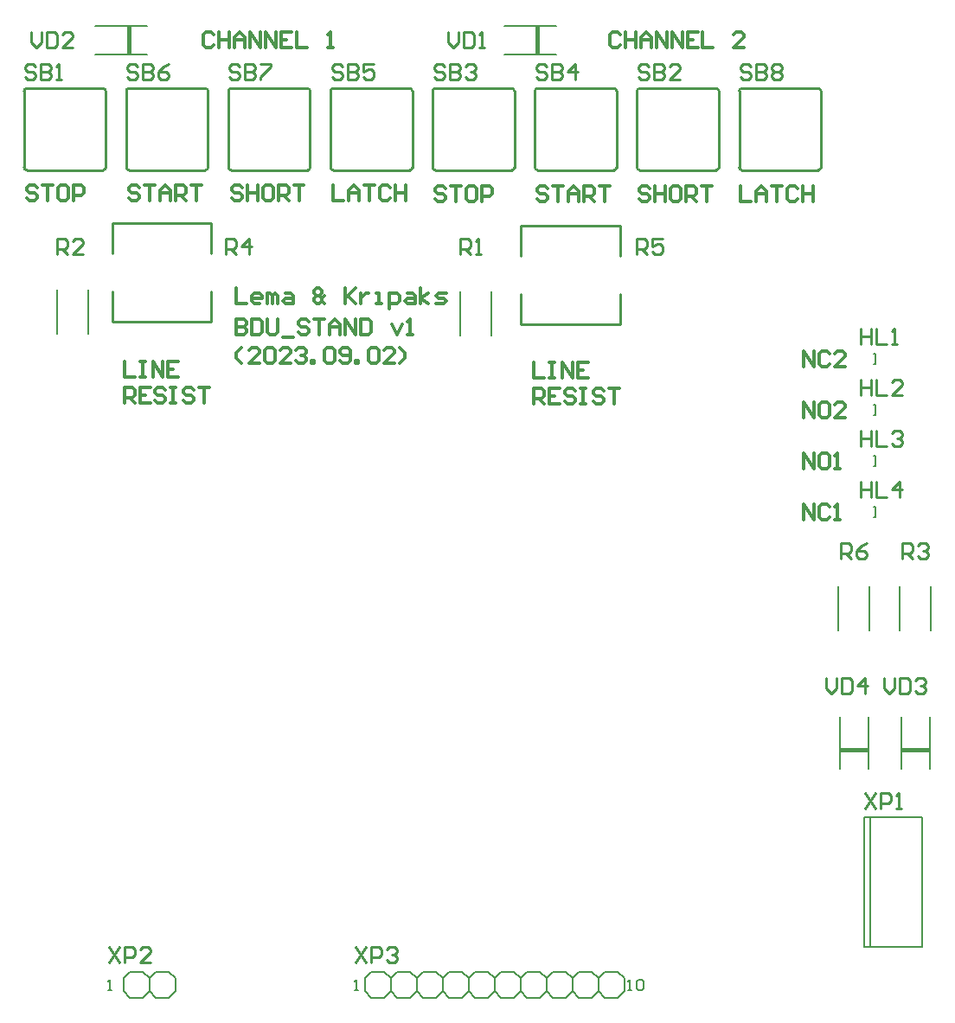
<source format=gto>
G04*
G04 #@! TF.GenerationSoftware,Altium Limited,Altium Designer,22.7.1 (60)*
G04*
G04 Layer_Color=65535*
%FSLAX44Y44*%
%MOMM*%
G71*
G04*
G04 #@! TF.SameCoordinates,DCD1F4FC-07E0-4B9C-93DB-C222A076345C*
G04*
G04*
G04 #@! TF.FilePolarity,Positive*
G04*
G01*
G75*
%ADD10C,0.2500*%
%ADD11C,0.2000*%
%ADD12C,0.3000*%
%ADD13C,0.2540*%
D10*
X305000Y927500D02*
G03*
X302500Y925000I0J-2500D01*
G01*
X382500D02*
G03*
X380000Y927500I-2500J0D01*
G01*
X302500Y850000D02*
G03*
X305000Y847500I2500J0D01*
G01*
X380000D02*
G03*
X382500Y850000I0J2500D01*
G01*
X105000Y927500D02*
G03*
X102500Y925000I0J-2500D01*
G01*
X182500D02*
G03*
X180000Y927500I-2500J0D01*
G01*
X102500Y850000D02*
G03*
X105000Y847500I2500J0D01*
G01*
X180000D02*
G03*
X182500Y850000I0J2500D01*
G01*
X205000Y927500D02*
G03*
X202500Y925000I0J-2500D01*
G01*
X282500D02*
G03*
X280000Y927500I-2500J0D01*
G01*
X202500Y850000D02*
G03*
X205000Y847500I2500J0D01*
G01*
X280000D02*
G03*
X282500Y850000I0J2500D01*
G01*
X605000Y927500D02*
G03*
X602500Y925000I0J-2500D01*
G01*
X682500D02*
G03*
X680000Y927500I-2500J0D01*
G01*
X602500Y850000D02*
G03*
X605000Y847500I2500J0D01*
G01*
X680000D02*
G03*
X682500Y850000I0J2500D01*
G01*
X505000Y927500D02*
G03*
X502500Y925000I0J-2500D01*
G01*
X582500D02*
G03*
X580000Y927500I-2500J0D01*
G01*
X502500Y850000D02*
G03*
X505000Y847500I2500J0D01*
G01*
X580000D02*
G03*
X582500Y850000I0J2500D01*
G01*
X705000Y927500D02*
G03*
X702500Y925000I0J-2500D01*
G01*
X782500D02*
G03*
X780000Y927500I-2500J0D01*
G01*
X702500Y850000D02*
G03*
X705000Y847500I2500J0D01*
G01*
X780000D02*
G03*
X782500Y850000I0J2500D01*
G01*
X805000Y927500D02*
G03*
X802500Y925000I0J-2500D01*
G01*
X882500D02*
G03*
X880000Y927500I-2500J0D01*
G01*
X802500Y850000D02*
G03*
X805000Y847500I2500J0D01*
G01*
X880000D02*
G03*
X882500Y850000I0J2500D01*
G01*
X405000Y927500D02*
G03*
X402500Y925000I0J-2500D01*
G01*
X482500D02*
G03*
X480000Y927500I-2500J0D01*
G01*
X402500Y850000D02*
G03*
X405000Y847500I2500J0D01*
G01*
X480000D02*
G03*
X482500Y850000I0J2500D01*
G01*
X286000Y699000D02*
Y729000D01*
Y766000D02*
Y796000D01*
X189000D02*
X286000D01*
X189000Y766000D02*
Y796000D01*
Y699000D02*
Y729000D01*
Y699000D02*
X286000D01*
X686000Y696500D02*
Y726500D01*
Y763500D02*
Y793500D01*
X589000D02*
X686000D01*
X589000Y763500D02*
Y793500D01*
Y696500D02*
Y726500D01*
Y696500D02*
X686000D01*
X305000Y927500D02*
X380000D01*
X305000Y847500D02*
X380000D01*
X382500Y850000D02*
Y925000D01*
X302500Y850000D02*
Y925000D01*
X105000Y927500D02*
X180000D01*
X105000Y847500D02*
X180000D01*
X182500Y850000D02*
Y925000D01*
X102500Y850000D02*
Y925000D01*
X205000Y927500D02*
X280000D01*
X205000Y847500D02*
X280000D01*
X282500Y850000D02*
Y925000D01*
X202500Y850000D02*
Y925000D01*
X605000Y927500D02*
X680000D01*
X605000Y847500D02*
X680000D01*
X682500Y850000D02*
Y925000D01*
X602500Y850000D02*
Y925000D01*
X505000Y927500D02*
X580000D01*
X505000Y847500D02*
X580000D01*
X582500Y850000D02*
Y925000D01*
X502500Y850000D02*
Y925000D01*
X705000Y927500D02*
X780000D01*
X705000Y847500D02*
X780000D01*
X782500Y850000D02*
Y925000D01*
X702500Y850000D02*
Y925000D01*
X805000Y927500D02*
X880000D01*
X805000Y847500D02*
X880000D01*
X882500Y850000D02*
Y925000D01*
X802500Y850000D02*
Y925000D01*
X405000Y927500D02*
X480000D01*
X405000Y847500D02*
X480000D01*
X482500Y850000D02*
Y925000D01*
X402500Y850000D02*
Y925000D01*
D11*
X560240Y685160D02*
Y728340D01*
X529760Y685160D02*
Y728340D01*
X165240Y687660D02*
Y730840D01*
X134760Y687660D02*
Y730840D01*
X690020Y43650D02*
Y56350D01*
X664620Y50000D02*
Y56350D01*
X658270Y62700D02*
X664620Y56350D01*
X645570Y62700D02*
X658270D01*
X639220Y56350D02*
X645570Y62700D01*
X639220Y43650D02*
Y56350D01*
Y43650D02*
X645570Y37300D01*
X658270D01*
X664620Y43650D01*
Y50000D01*
Y56350D01*
X670970Y62700D01*
X683670D01*
X690020Y56350D01*
Y43650D02*
Y56350D01*
X683670Y37300D02*
X690020Y43650D01*
X670970Y37300D02*
X683670D01*
X664620Y43650D02*
X670970Y37300D01*
X613820Y43650D02*
X620170Y37300D01*
X632870D01*
X639220Y43650D01*
Y56350D01*
X632870Y62700D02*
X639220Y56350D01*
X620170Y62700D02*
X632870D01*
X613820Y56350D02*
X620170Y62700D01*
X613820Y50000D02*
Y56350D01*
Y43650D02*
Y50000D01*
X607470Y37300D02*
X613820Y43650D01*
X594770Y37300D02*
X607470D01*
X588420Y43650D02*
X594770Y37300D01*
X588420Y43650D02*
Y56350D01*
X594770Y62700D01*
X607470D01*
X613820Y56350D01*
Y50000D02*
Y56350D01*
X461420Y50000D02*
Y56350D01*
X455070Y62700D02*
X461420Y56350D01*
X442370Y62700D02*
X455070D01*
X436020Y56350D02*
X442370Y62700D01*
X436020Y43650D02*
Y56350D01*
Y43650D02*
X442370Y37300D01*
X455070D01*
X461420Y43650D01*
Y50000D01*
Y56350D01*
X467770Y62700D01*
X480470D01*
X486820Y56350D01*
Y43650D02*
Y56350D01*
X480470Y37300D02*
X486820Y43650D01*
X467770Y37300D02*
X480470D01*
X461420Y43650D02*
X467770Y37300D01*
X512220Y43650D02*
X518570Y37300D01*
X531270D01*
X537620Y43650D01*
Y56350D01*
X531270Y62700D02*
X537620Y56350D01*
X518570Y62700D02*
X531270D01*
X512220Y56350D02*
X518570Y62700D01*
X512220Y50000D02*
Y56350D01*
Y43650D02*
Y50000D01*
X505870Y37300D02*
X512220Y43650D01*
X493170Y37300D02*
X505870D01*
X486820Y43650D02*
X493170Y37300D01*
X486820Y43650D02*
Y56350D01*
X493170Y62700D01*
X505870D01*
X512220Y56350D01*
Y50000D02*
Y56350D01*
X563020Y43650D02*
X569370Y37300D01*
X582070D01*
X588420Y43650D01*
Y56350D01*
X582070Y62700D02*
X588420Y56350D01*
X569370Y62700D02*
X582070D01*
X563020Y56350D02*
X569370Y62700D01*
X563020Y50000D02*
Y56350D01*
Y43650D02*
Y50000D01*
X556670Y37300D02*
X563020Y43650D01*
X543970Y37300D02*
X556670D01*
X537620Y43650D02*
X543970Y37300D01*
X537620Y43650D02*
Y56350D01*
X543970Y62700D01*
X556670D01*
X563020Y56350D01*
Y50000D02*
Y56350D01*
X901030Y261700D02*
Y312500D01*
X928970Y261700D02*
Y312500D01*
X901030Y278210D02*
X928970D01*
Y279480D01*
X901030D02*
X928970D01*
X901030Y280750D02*
X928970D01*
X961030Y261700D02*
Y312500D01*
X988970Y261700D02*
Y312500D01*
X961030Y278210D02*
X988970D01*
Y279480D01*
X961030D02*
X988970D01*
X961030Y280750D02*
X988970D01*
X572500Y961030D02*
X623300D01*
X572500Y988970D02*
X623300D01*
X606790Y961030D02*
Y988970D01*
X605520D02*
X606790D01*
X605520Y961030D02*
Y988970D01*
X604250Y961030D02*
Y988970D01*
X172500Y961030D02*
X223300D01*
X172500Y988970D02*
X223300D01*
X206790Y961030D02*
Y988970D01*
X205520D02*
X206790D01*
X205520Y961030D02*
Y988970D01*
X204250Y961030D02*
Y988970D01*
X930240Y396660D02*
Y439840D01*
X899760Y396660D02*
Y439840D01*
X990240Y396660D02*
Y439840D01*
X959760Y396660D02*
Y439840D01*
X225200Y50000D02*
Y56350D01*
X218850Y62700D02*
X225200Y56350D01*
X206150Y62700D02*
X218850D01*
X199800Y56350D02*
X206150Y62700D01*
X199800Y43650D02*
Y56350D01*
Y43650D02*
X206150Y37300D01*
X218850D01*
X225200Y43650D01*
Y50000D01*
Y56350D01*
X231550Y62700D01*
X244250D01*
X250600Y56350D01*
Y43650D02*
Y56350D01*
X244250Y37300D02*
X250600Y43650D01*
X231550Y37300D02*
X244250D01*
X225200Y43650D02*
X231550Y37300D01*
X950000Y213900D02*
X981750D01*
X924600D02*
X950000D01*
X924600Y86900D02*
X950000D01*
X924600D02*
Y213900D01*
X981750Y86900D02*
Y213900D01*
X950000Y86900D02*
X981750D01*
X930950D02*
Y213900D01*
X933890Y517580D02*
X935922D01*
X933890Y507420D02*
X935922D01*
Y517580D01*
X933890Y567580D02*
X935922D01*
X933890Y557420D02*
X935922D01*
Y567580D01*
X933890Y617580D02*
X935922D01*
X933890Y607420D02*
X935922D01*
Y617580D01*
X933890Y667580D02*
X935922D01*
X933890Y657420D02*
X935922D01*
Y667580D01*
X693720Y45000D02*
X697052D01*
X695386D01*
Y54997D01*
X693720Y53331D01*
X702051D02*
X703717Y54997D01*
X707049D01*
X708715Y53331D01*
Y46666D01*
X707049Y45000D01*
X703717D01*
X702051Y46666D01*
Y53331D01*
X426220Y45000D02*
X429552D01*
X427886D01*
Y54997D01*
X426220Y53331D01*
X185000Y45000D02*
X188332D01*
X186666D01*
Y54997D01*
X185000Y53331D01*
D12*
X200500Y660359D02*
Y645124D01*
X210657D01*
X215735Y660359D02*
X220813D01*
X218274D01*
Y645124D01*
X215735D01*
X220813D01*
X228431D02*
Y660359D01*
X238588Y645124D01*
Y660359D01*
X253823D02*
X243666D01*
Y645124D01*
X253823D01*
X243666Y652741D02*
X248744D01*
X200500Y619641D02*
Y634877D01*
X208118D01*
X210657Y632337D01*
Y627259D01*
X208118Y624720D01*
X200500D01*
X205578D02*
X210657Y619641D01*
X225892Y634877D02*
X215735D01*
Y619641D01*
X225892D01*
X215735Y627259D02*
X220813D01*
X241127Y632337D02*
X238588Y634877D01*
X233509D01*
X230970Y632337D01*
Y629798D01*
X233509Y627259D01*
X238588D01*
X241127Y624720D01*
Y622181D01*
X238588Y619641D01*
X233509D01*
X230970Y622181D01*
X246205Y634877D02*
X251284D01*
X248744D01*
Y619641D01*
X246205D01*
X251284D01*
X269058Y632337D02*
X266519Y634877D01*
X261440D01*
X258901Y632337D01*
Y629798D01*
X261440Y627259D01*
X266519D01*
X269058Y624720D01*
Y622181D01*
X266519Y619641D01*
X261440D01*
X258901Y622181D01*
X274136Y634877D02*
X284293D01*
X279214D01*
Y619641D01*
X115657Y830078D02*
X113118Y832617D01*
X108039D01*
X105500Y830078D01*
Y827539D01*
X108039Y825000D01*
X113118D01*
X115657Y822461D01*
Y819922D01*
X113118Y817383D01*
X108039D01*
X105500Y819922D01*
X120735Y832617D02*
X130892D01*
X125813D01*
Y817383D01*
X143588Y832617D02*
X138509D01*
X135970Y830078D01*
Y819922D01*
X138509Y817383D01*
X143588D01*
X146127Y819922D01*
Y830078D01*
X143588Y832617D01*
X151205Y817383D02*
Y832617D01*
X158823D01*
X161362Y830078D01*
Y825000D01*
X158823Y822461D01*
X151205D01*
X310500Y731908D02*
Y716673D01*
X320657D01*
X333353D02*
X328274D01*
X325735Y719212D01*
Y724291D01*
X328274Y726830D01*
X333353D01*
X335892Y724291D01*
Y721752D01*
X325735D01*
X340970Y716673D02*
Y726830D01*
X343509D01*
X346049Y724291D01*
Y716673D01*
Y724291D01*
X348588Y726830D01*
X351127Y724291D01*
Y716673D01*
X358744Y726830D02*
X363823D01*
X366362Y724291D01*
Y716673D01*
X358744D01*
X356205Y719212D01*
X358744Y721752D01*
X366362D01*
X396832Y716673D02*
X394293Y719212D01*
X391754Y716673D01*
X389215D01*
X386675Y719212D01*
Y721752D01*
X389215Y724291D01*
X386675Y726830D01*
Y729369D01*
X389215Y731908D01*
X391754D01*
X394293Y729369D01*
Y726830D01*
X391754Y724291D01*
X394293Y721752D01*
Y719212D01*
X396832Y724291D02*
X394293Y721752D01*
X389215Y724291D02*
X391754D01*
X417146Y731908D02*
Y716673D01*
Y721752D01*
X427302Y731908D01*
X419685Y724291D01*
X427302Y716673D01*
X432381Y726830D02*
Y716673D01*
Y721752D01*
X434920Y724291D01*
X437459Y726830D01*
X439998D01*
X447616Y716673D02*
X452694D01*
X450155D01*
Y726830D01*
X447616D01*
X460312Y711595D02*
Y726830D01*
X467929D01*
X470468Y724291D01*
Y719212D01*
X467929Y716673D01*
X460312D01*
X478086Y726830D02*
X483164D01*
X485703Y724291D01*
Y716673D01*
X478086D01*
X475547Y719212D01*
X478086Y721752D01*
X485703D01*
X490782Y716673D02*
Y731908D01*
Y721752D02*
X498399Y726830D01*
X490782Y721752D02*
X498399Y716673D01*
X506017D02*
X513634D01*
X516174Y719212D01*
X513634Y721752D01*
X508556D01*
X506017Y724291D01*
X508556Y726830D01*
X516174D01*
X310500Y701348D02*
Y686113D01*
X318118D01*
X320657Y688652D01*
Y691191D01*
X318118Y693730D01*
X310500D01*
X318118D01*
X320657Y696270D01*
Y698809D01*
X318118Y701348D01*
X310500D01*
X325735D02*
Y686113D01*
X333353D01*
X335892Y688652D01*
Y698809D01*
X333353Y701348D01*
X325735D01*
X340970D02*
Y688652D01*
X343509Y686113D01*
X348588D01*
X351127Y688652D01*
Y701348D01*
X356205Y683574D02*
X366362D01*
X381597Y698809D02*
X379058Y701348D01*
X373979D01*
X371440Y698809D01*
Y696270D01*
X373979Y693730D01*
X379058D01*
X381597Y691191D01*
Y688652D01*
X379058Y686113D01*
X373979D01*
X371440Y688652D01*
X386675Y701348D02*
X396832D01*
X391754D01*
Y686113D01*
X401910D02*
Y696270D01*
X406989Y701348D01*
X412067Y696270D01*
Y686113D01*
Y693730D01*
X401910D01*
X417146Y686113D02*
Y701348D01*
X427302Y686113D01*
Y701348D01*
X432381D02*
Y686113D01*
X439998D01*
X442537Y688652D01*
Y698809D01*
X439998Y701348D01*
X432381D01*
X462851Y696270D02*
X467929Y686113D01*
X473007Y696270D01*
X478086Y686113D02*
X483164D01*
X480625D01*
Y701348D01*
X478086Y698809D01*
X315578Y658092D02*
X310500Y663170D01*
Y668248D01*
X315578Y673327D01*
X333353Y658092D02*
X323196D01*
X333353Y668248D01*
Y670788D01*
X330813Y673327D01*
X325735D01*
X323196Y670788D01*
X338431D02*
X340970Y673327D01*
X346049D01*
X348588Y670788D01*
Y660631D01*
X346049Y658092D01*
X340970D01*
X338431Y660631D01*
Y670788D01*
X363823Y658092D02*
X353666D01*
X363823Y668248D01*
Y670788D01*
X361284Y673327D01*
X356205D01*
X353666Y670788D01*
X368901D02*
X371440Y673327D01*
X376519D01*
X379058Y670788D01*
Y668248D01*
X376519Y665709D01*
X373979D01*
X376519D01*
X379058Y663170D01*
Y660631D01*
X376519Y658092D01*
X371440D01*
X368901Y660631D01*
X384136Y658092D02*
Y660631D01*
X386675D01*
Y658092D01*
X384136D01*
X396832Y670788D02*
X399371Y673327D01*
X404450D01*
X406989Y670788D01*
Y660631D01*
X404450Y658092D01*
X399371D01*
X396832Y660631D01*
Y670788D01*
X412067Y660631D02*
X414606Y658092D01*
X419685D01*
X422224Y660631D01*
Y670788D01*
X419685Y673327D01*
X414606D01*
X412067Y670788D01*
Y668248D01*
X414606Y665709D01*
X422224D01*
X427302Y658092D02*
Y660631D01*
X429841D01*
Y658092D01*
X427302D01*
X439998Y670788D02*
X442537Y673327D01*
X447616D01*
X450155Y670788D01*
Y660631D01*
X447616Y658092D01*
X442537D01*
X439998Y660631D01*
Y670788D01*
X465390Y658092D02*
X455233D01*
X465390Y668248D01*
Y670788D01*
X462851Y673327D01*
X457772D01*
X455233Y670788D01*
X470468Y658092D02*
X475547Y663170D01*
Y668248D01*
X470468Y673327D01*
X315657Y830078D02*
X313118Y832617D01*
X308039D01*
X305500Y830078D01*
Y827539D01*
X308039Y825000D01*
X313118D01*
X315657Y822461D01*
Y819922D01*
X313118Y817383D01*
X308039D01*
X305500Y819922D01*
X320735Y832617D02*
Y817383D01*
Y825000D01*
X330892D01*
Y832617D01*
Y817383D01*
X343588Y832617D02*
X338509D01*
X335970Y830078D01*
Y819922D01*
X338509Y817383D01*
X343588D01*
X346127Y819922D01*
Y830078D01*
X343588Y832617D01*
X351205Y817383D02*
Y832617D01*
X358823D01*
X361362Y830078D01*
Y825000D01*
X358823Y822461D01*
X351205D01*
X356284D02*
X361362Y817383D01*
X366440Y832617D02*
X376597D01*
X371519D01*
Y817383D01*
X803878Y831908D02*
Y816673D01*
X814035D01*
X819113D02*
Y826830D01*
X824191Y831908D01*
X829270Y826830D01*
Y816673D01*
Y824290D01*
X819113D01*
X834348Y831908D02*
X844505D01*
X839426D01*
Y816673D01*
X859740Y829369D02*
X857200Y831908D01*
X852122D01*
X849583Y829369D01*
Y819212D01*
X852122Y816673D01*
X857200D01*
X859740Y819212D01*
X864818Y831908D02*
Y816673D01*
Y824290D01*
X874975D01*
Y831908D01*
Y816673D01*
X865500Y504883D02*
Y520117D01*
X875657Y504883D01*
Y520117D01*
X890892Y517578D02*
X888353Y520117D01*
X883274D01*
X880735Y517578D01*
Y507422D01*
X883274Y504883D01*
X888353D01*
X890892Y507422D01*
X895970Y504883D02*
X901049D01*
X898509D01*
Y520117D01*
X895970Y517578D01*
X215657Y830078D02*
X213118Y832617D01*
X208039D01*
X205500Y830078D01*
Y827539D01*
X208039Y825000D01*
X213118D01*
X215657Y822461D01*
Y819922D01*
X213118Y817383D01*
X208039D01*
X205500Y819922D01*
X220735Y832617D02*
X230892D01*
X225813D01*
Y817383D01*
X235970D02*
Y827539D01*
X241049Y832617D01*
X246127Y827539D01*
Y817383D01*
Y825000D01*
X235970D01*
X251205Y817383D02*
Y832617D01*
X258823D01*
X261362Y830078D01*
Y825000D01*
X258823Y822461D01*
X251205D01*
X256284D02*
X261362Y817383D01*
X266440Y832617D02*
X276597D01*
X271519D01*
Y817383D01*
X685657Y980078D02*
X683118Y982618D01*
X678039D01*
X675500Y980078D01*
Y969922D01*
X678039Y967383D01*
X683118D01*
X685657Y969922D01*
X690735Y982618D02*
Y967383D01*
Y975000D01*
X700892D01*
Y982618D01*
Y967383D01*
X705970D02*
Y977539D01*
X711049Y982618D01*
X716127Y977539D01*
Y967383D01*
Y975000D01*
X705970D01*
X721205Y967383D02*
Y982618D01*
X731362Y967383D01*
Y982618D01*
X736440Y967383D02*
Y982618D01*
X746597Y967383D01*
Y982618D01*
X761832D02*
X751675D01*
Y967383D01*
X761832D01*
X751675Y975000D02*
X756754D01*
X766910Y982618D02*
Y967383D01*
X777067D01*
X807537D02*
X797381D01*
X807537Y977539D01*
Y980078D01*
X804998Y982618D01*
X799920D01*
X797381Y980078D01*
X614771Y829274D02*
X612232Y831813D01*
X607154D01*
X604614Y829274D01*
Y826735D01*
X607154Y824196D01*
X612232D01*
X614771Y821656D01*
Y819117D01*
X612232Y816578D01*
X607154D01*
X604614Y819117D01*
X619849Y831813D02*
X630006D01*
X624928D01*
Y816578D01*
X635084D02*
Y826735D01*
X640163Y831813D01*
X645241Y826735D01*
Y816578D01*
Y824196D01*
X635084D01*
X650320Y816578D02*
Y831813D01*
X657937D01*
X660476Y829274D01*
Y824196D01*
X657937Y821656D01*
X650320D01*
X655398D02*
X660476Y816578D01*
X665555Y831813D02*
X675711D01*
X670633D01*
Y816578D01*
X865500Y554883D02*
Y570117D01*
X875657Y554883D01*
Y570117D01*
X888353D02*
X883274D01*
X880735Y567578D01*
Y557422D01*
X883274Y554883D01*
X888353D01*
X890892Y557422D01*
Y567578D01*
X888353Y570117D01*
X895970Y554883D02*
X901049D01*
X898509D01*
Y570117D01*
X895970Y567578D01*
X514771Y829274D02*
X512232Y831813D01*
X507154D01*
X504614Y829274D01*
Y826735D01*
X507154Y824196D01*
X512232D01*
X514771Y821656D01*
Y819117D01*
X512232Y816578D01*
X507154D01*
X504614Y819117D01*
X519849Y831813D02*
X530006D01*
X524928D01*
Y816578D01*
X542702Y831813D02*
X537624D01*
X535084Y829274D01*
Y819117D01*
X537624Y816578D01*
X542702D01*
X545241Y819117D01*
Y829274D01*
X542702Y831813D01*
X550320Y816578D02*
Y831813D01*
X557937D01*
X560476Y829274D01*
Y824196D01*
X557937Y821656D01*
X550320D01*
X865500Y604883D02*
Y620117D01*
X875657Y604883D01*
Y620117D01*
X880735Y617578D02*
X883274Y620117D01*
X888353D01*
X890892Y617578D01*
Y607422D01*
X888353Y604883D01*
X883274D01*
X880735Y607422D01*
Y617578D01*
X906127Y604883D02*
X895970D01*
X906127Y615039D01*
Y617578D01*
X903588Y620117D01*
X898509D01*
X895970Y617578D01*
X601590Y659299D02*
Y644064D01*
X611747D01*
X616825Y659299D02*
X621903D01*
X619364D01*
Y644064D01*
X616825D01*
X621903D01*
X629521D02*
Y659299D01*
X639678Y644064D01*
Y659299D01*
X654913D02*
X644756D01*
Y644064D01*
X654913D01*
X644756Y651682D02*
X649834D01*
X601590Y618582D02*
Y633817D01*
X609208D01*
X611747Y631278D01*
Y626200D01*
X609208Y623660D01*
X601590D01*
X606668D02*
X611747Y618582D01*
X626982Y633817D02*
X616825D01*
Y618582D01*
X626982D01*
X616825Y626200D02*
X621903D01*
X642217Y631278D02*
X639678Y633817D01*
X634599D01*
X632060Y631278D01*
Y628739D01*
X634599Y626200D01*
X639678D01*
X642217Y623660D01*
Y621121D01*
X639678Y618582D01*
X634599D01*
X632060Y621121D01*
X647295Y633817D02*
X652374D01*
X649834D01*
Y618582D01*
X647295D01*
X652374D01*
X670148Y631278D02*
X667609Y633817D01*
X662530D01*
X659991Y631278D01*
Y628739D01*
X662530Y626200D01*
X667609D01*
X670148Y623660D01*
Y621121D01*
X667609Y618582D01*
X662530D01*
X659991Y621121D01*
X675226Y633817D02*
X685383D01*
X680305D01*
Y618582D01*
X404763Y832712D02*
Y817477D01*
X414920D01*
X419999D02*
Y827634D01*
X425077Y832712D01*
X430155Y827634D01*
Y817477D01*
Y825095D01*
X419999D01*
X435234Y832712D02*
X445390D01*
X440312D01*
Y817477D01*
X460625Y830173D02*
X458086Y832712D01*
X453008D01*
X450469Y830173D01*
Y820016D01*
X453008Y817477D01*
X458086D01*
X460625Y820016D01*
X465704Y832712D02*
Y817477D01*
Y825095D01*
X475860D01*
Y832712D01*
Y817477D01*
X865500Y654883D02*
Y670117D01*
X875657Y654883D01*
Y670117D01*
X890892Y667578D02*
X888353Y670117D01*
X883274D01*
X880735Y667578D01*
Y657422D01*
X883274Y654883D01*
X888353D01*
X890892Y657422D01*
X906127Y654883D02*
X895970D01*
X906127Y665039D01*
Y667578D01*
X903588Y670117D01*
X898509D01*
X895970Y667578D01*
X714771Y829274D02*
X712232Y831813D01*
X707153D01*
X704614Y829274D01*
Y826735D01*
X707153Y824196D01*
X712232D01*
X714771Y821656D01*
Y819117D01*
X712232Y816578D01*
X707153D01*
X704614Y819117D01*
X719849Y831813D02*
Y816578D01*
Y824196D01*
X730006D01*
Y831813D01*
Y816578D01*
X742702Y831813D02*
X737624D01*
X735085Y829274D01*
Y819117D01*
X737624Y816578D01*
X742702D01*
X745241Y819117D01*
Y829274D01*
X742702Y831813D01*
X750320Y816578D02*
Y831813D01*
X757937D01*
X760476Y829274D01*
Y824196D01*
X757937Y821656D01*
X750320D01*
X755398D02*
X760476Y816578D01*
X765555Y831813D02*
X775711D01*
X770633D01*
Y816578D01*
X288157Y980078D02*
X285618Y982618D01*
X280539D01*
X278000Y980078D01*
Y969922D01*
X280539Y967383D01*
X285618D01*
X288157Y969922D01*
X293235Y982618D02*
Y967383D01*
Y975000D01*
X303392D01*
Y982618D01*
Y967383D01*
X308470D02*
Y977539D01*
X313549Y982618D01*
X318627Y977539D01*
Y967383D01*
Y975000D01*
X308470D01*
X323705Y967383D02*
Y982618D01*
X333862Y967383D01*
Y982618D01*
X338940Y967383D02*
Y982618D01*
X349097Y967383D01*
Y982618D01*
X364332D02*
X354175D01*
Y967383D01*
X364332D01*
X354175Y975000D02*
X359254D01*
X369410Y982618D02*
Y967383D01*
X379567D01*
X399881D02*
X404959D01*
X402420D01*
Y982618D01*
X399881Y980078D01*
D13*
X299804Y764883D02*
Y780117D01*
X307422D01*
X309961Y777578D01*
Y772500D01*
X307422Y769961D01*
X299804D01*
X304883D02*
X309961Y764883D01*
X322657D02*
Y780117D01*
X315039Y772500D01*
X325196D01*
X702304Y764883D02*
Y780117D01*
X709922D01*
X712461Y777578D01*
Y772500D01*
X709922Y769961D01*
X702304D01*
X707383D02*
X712461Y764883D01*
X727696Y780117D02*
X717539D01*
Y772500D01*
X722617Y775039D01*
X725157D01*
X727696Y772500D01*
Y767422D01*
X725157Y764883D01*
X720078D01*
X717539Y767422D01*
X426694Y86583D02*
X436851Y71348D01*
Y86583D02*
X426694Y71348D01*
X441929D02*
Y86583D01*
X449547D01*
X452086Y84044D01*
Y78966D01*
X449547Y76426D01*
X441929D01*
X457164Y84044D02*
X459703Y86583D01*
X464782D01*
X467321Y84044D01*
Y81505D01*
X464782Y78966D01*
X462243D01*
X464782D01*
X467321Y76426D01*
Y73887D01*
X464782Y71348D01*
X459703D01*
X457164Y73887D01*
X185648Y86583D02*
X195805Y71348D01*
Y86583D02*
X185648Y71348D01*
X200883D02*
Y86583D01*
X208501D01*
X211040Y84044D01*
Y78966D01*
X208501Y76426D01*
X200883D01*
X226275Y71348D02*
X216118D01*
X226275Y81505D01*
Y84044D01*
X223736Y86583D01*
X218657D01*
X216118Y84044D01*
X926058Y237713D02*
X936215Y222478D01*
Y237713D02*
X926058Y222478D01*
X941293D02*
Y237713D01*
X948911D01*
X951450Y235174D01*
Y230096D01*
X948911Y227556D01*
X941293D01*
X956528Y222478D02*
X961607D01*
X959067D01*
Y237713D01*
X956528Y235174D01*
X887187Y350117D02*
Y339961D01*
X892265Y334883D01*
X897343Y339961D01*
Y350117D01*
X902422D02*
Y334883D01*
X910039D01*
X912578Y337422D01*
Y347578D01*
X910039Y350117D01*
X902422D01*
X925274Y334883D02*
Y350117D01*
X917657Y342500D01*
X927813D01*
X944687Y350117D02*
Y339961D01*
X949765Y334883D01*
X954843Y339961D01*
Y350117D01*
X959922D02*
Y334883D01*
X967539D01*
X970078Y337422D01*
Y347578D01*
X967539Y350117D01*
X959922D01*
X975157Y347578D02*
X977696Y350117D01*
X982774D01*
X985313Y347578D01*
Y345039D01*
X982774Y342500D01*
X980235D01*
X982774D01*
X985313Y339961D01*
Y337422D01*
X982774Y334883D01*
X977696D01*
X975157Y337422D01*
X109687Y982617D02*
Y972461D01*
X114765Y967383D01*
X119843Y972461D01*
Y982617D01*
X124922D02*
Y967383D01*
X132539D01*
X135078Y969922D01*
Y980078D01*
X132539Y982617D01*
X124922D01*
X150313Y967383D02*
X140157D01*
X150313Y977539D01*
Y980078D01*
X147774Y982617D01*
X142696D01*
X140157Y980078D01*
X517226Y982617D02*
Y972461D01*
X522304Y967383D01*
X527383Y972461D01*
Y982617D01*
X532461D02*
Y967383D01*
X540078D01*
X542618Y969922D01*
Y980078D01*
X540078Y982617D01*
X532461D01*
X547696Y967383D02*
X552774D01*
X550235D01*
Y982617D01*
X547696Y980078D01*
X814041Y949168D02*
X811501Y951707D01*
X806423D01*
X803884Y949168D01*
Y946629D01*
X806423Y944090D01*
X811501D01*
X814041Y941550D01*
Y939011D01*
X811501Y936472D01*
X806423D01*
X803884Y939011D01*
X819119Y951707D02*
Y936472D01*
X826737D01*
X829276Y939011D01*
Y941550D01*
X826737Y944090D01*
X819119D01*
X826737D01*
X829276Y946629D01*
Y949168D01*
X826737Y951707D01*
X819119D01*
X834354Y949168D02*
X836893Y951707D01*
X841972D01*
X844511Y949168D01*
Y946629D01*
X841972Y944090D01*
X844511Y941550D01*
Y939011D01*
X841972Y936472D01*
X836893D01*
X834354Y939011D01*
Y941550D01*
X836893Y944090D01*
X834354Y946629D01*
Y949168D01*
X836893Y944090D02*
X841972D01*
X313915Y949168D02*
X311376Y951707D01*
X306297D01*
X303758Y949168D01*
Y946629D01*
X306297Y944090D01*
X311376D01*
X313915Y941550D01*
Y939011D01*
X311376Y936472D01*
X306297D01*
X303758Y939011D01*
X318993Y951707D02*
Y936472D01*
X326611D01*
X329150Y939011D01*
Y941550D01*
X326611Y944090D01*
X318993D01*
X326611D01*
X329150Y946629D01*
Y949168D01*
X326611Y951707D01*
X318993D01*
X334228D02*
X344385D01*
Y949168D01*
X334228Y939011D01*
Y936472D01*
X213839Y949168D02*
X211299Y951707D01*
X206221D01*
X203682Y949168D01*
Y946629D01*
X206221Y944090D01*
X211299D01*
X213839Y941550D01*
Y939011D01*
X211299Y936472D01*
X206221D01*
X203682Y939011D01*
X218917Y951707D02*
Y936472D01*
X226535D01*
X229074Y939011D01*
Y941550D01*
X226535Y944090D01*
X218917D01*
X226535D01*
X229074Y946629D01*
Y949168D01*
X226535Y951707D01*
X218917D01*
X244309D02*
X239230Y949168D01*
X234152Y944090D01*
Y939011D01*
X236691Y936472D01*
X241770D01*
X244309Y939011D01*
Y941550D01*
X241770Y944090D01*
X234152D01*
X413991Y949168D02*
X411451Y951707D01*
X406373D01*
X403834Y949168D01*
Y946629D01*
X406373Y944090D01*
X411451D01*
X413991Y941550D01*
Y939011D01*
X411451Y936472D01*
X406373D01*
X403834Y939011D01*
X419069Y951707D02*
Y936472D01*
X426687D01*
X429226Y939011D01*
Y941550D01*
X426687Y944090D01*
X419069D01*
X426687D01*
X429226Y946629D01*
Y949168D01*
X426687Y951707D01*
X419069D01*
X444461D02*
X434304D01*
Y944090D01*
X439383Y946629D01*
X441922D01*
X444461Y944090D01*
Y939011D01*
X441922Y936472D01*
X436843D01*
X434304Y939011D01*
X613889Y949168D02*
X611349Y951707D01*
X606271D01*
X603732Y949168D01*
Y946629D01*
X606271Y944090D01*
X611349D01*
X613889Y941550D01*
Y939011D01*
X611349Y936472D01*
X606271D01*
X603732Y939011D01*
X618967Y951707D02*
Y936472D01*
X626585D01*
X629124Y939011D01*
Y941550D01*
X626585Y944090D01*
X618967D01*
X626585D01*
X629124Y946629D01*
Y949168D01*
X626585Y951707D01*
X618967D01*
X641820Y936472D02*
Y951707D01*
X634202Y944090D01*
X644359D01*
X514067Y949168D02*
X511527Y951707D01*
X506449D01*
X503910Y949168D01*
Y946629D01*
X506449Y944090D01*
X511527D01*
X514067Y941550D01*
Y939011D01*
X511527Y936472D01*
X506449D01*
X503910Y939011D01*
X519145Y951707D02*
Y936472D01*
X526763D01*
X529302Y939011D01*
Y941550D01*
X526763Y944090D01*
X519145D01*
X526763D01*
X529302Y946629D01*
Y949168D01*
X526763Y951707D01*
X519145D01*
X534380Y949168D02*
X536919Y951707D01*
X541998D01*
X544537Y949168D01*
Y946629D01*
X541998Y944090D01*
X539459D01*
X541998D01*
X544537Y941550D01*
Y939011D01*
X541998Y936472D01*
X536919D01*
X534380Y939011D01*
X713965Y949168D02*
X711425Y951707D01*
X706347D01*
X703808Y949168D01*
Y946629D01*
X706347Y944090D01*
X711425D01*
X713965Y941550D01*
Y939011D01*
X711425Y936472D01*
X706347D01*
X703808Y939011D01*
X719043Y951707D02*
Y936472D01*
X726661D01*
X729200Y939011D01*
Y941550D01*
X726661Y944090D01*
X719043D01*
X726661D01*
X729200Y946629D01*
Y949168D01*
X726661Y951707D01*
X719043D01*
X744435Y936472D02*
X734278D01*
X744435Y946629D01*
Y949168D01*
X741896Y951707D01*
X736817D01*
X734278Y949168D01*
X114017D02*
X111477Y951707D01*
X106399D01*
X103860Y949168D01*
Y946629D01*
X106399Y944090D01*
X111477D01*
X114017Y941550D01*
Y939011D01*
X111477Y936472D01*
X106399D01*
X103860Y939011D01*
X119095Y951707D02*
Y936472D01*
X126713D01*
X129252Y939011D01*
Y941550D01*
X126713Y944090D01*
X119095D01*
X126713D01*
X129252Y946629D01*
Y949168D01*
X126713Y951707D01*
X119095D01*
X134330Y936472D02*
X139409D01*
X136869D01*
Y951707D01*
X134330Y949168D01*
X902304Y467383D02*
Y482617D01*
X909922D01*
X912461Y480078D01*
Y475000D01*
X909922Y472461D01*
X902304D01*
X907383D02*
X912461Y467383D01*
X927696Y482617D02*
X922617Y480078D01*
X917539Y475000D01*
Y469922D01*
X920078Y467383D01*
X925157D01*
X927696Y469922D01*
Y472461D01*
X925157Y475000D01*
X917539D01*
X962304Y467383D02*
Y482617D01*
X969922D01*
X972461Y480078D01*
Y475000D01*
X969922Y472461D01*
X962304D01*
X967383D02*
X972461Y467383D01*
X977539Y480078D02*
X980078Y482617D01*
X985157D01*
X987696Y480078D01*
Y477539D01*
X985157Y475000D01*
X982617D01*
X985157D01*
X987696Y472461D01*
Y469922D01*
X985157Y467383D01*
X980078D01*
X977539Y469922D01*
X134804Y764883D02*
Y780117D01*
X142422D01*
X144961Y777578D01*
Y772500D01*
X142422Y769961D01*
X134804D01*
X139882D02*
X144961Y764883D01*
X160196D02*
X150039D01*
X160196Y775039D01*
Y777578D01*
X157657Y780117D01*
X152578D01*
X150039Y777578D01*
X529843Y764883D02*
Y780117D01*
X537461D01*
X540000Y777578D01*
Y772500D01*
X537461Y769961D01*
X529843D01*
X534922D02*
X540000Y764883D01*
X545078D02*
X550157D01*
X547618D01*
Y780117D01*
X545078Y777578D01*
X921486Y542513D02*
Y527278D01*
Y534896D01*
X931643D01*
Y542513D01*
Y527278D01*
X936721Y542513D02*
Y527278D01*
X946878D01*
X959574D02*
Y542513D01*
X951956Y534896D01*
X962113D01*
X921486Y592551D02*
Y577316D01*
Y584934D01*
X931643D01*
Y592551D01*
Y577316D01*
X936721Y592551D02*
Y577316D01*
X946878D01*
X951956Y590012D02*
X954495Y592551D01*
X959574D01*
X962113Y590012D01*
Y587473D01*
X959574Y584934D01*
X957035D01*
X959574D01*
X962113Y582394D01*
Y579855D01*
X959574Y577316D01*
X954495D01*
X951956Y579855D01*
X921486Y642589D02*
Y627354D01*
Y634972D01*
X931643D01*
Y642589D01*
Y627354D01*
X936721Y642589D02*
Y627354D01*
X946878D01*
X962113D02*
X951956D01*
X962113Y637511D01*
Y640050D01*
X959574Y642589D01*
X954495D01*
X951956Y640050D01*
X921486Y692627D02*
Y677392D01*
Y685010D01*
X931643D01*
Y692627D01*
Y677392D01*
X936721Y692627D02*
Y677392D01*
X946878D01*
X951956D02*
X957035D01*
X954495D01*
Y692627D01*
X951956Y690088D01*
M02*

</source>
